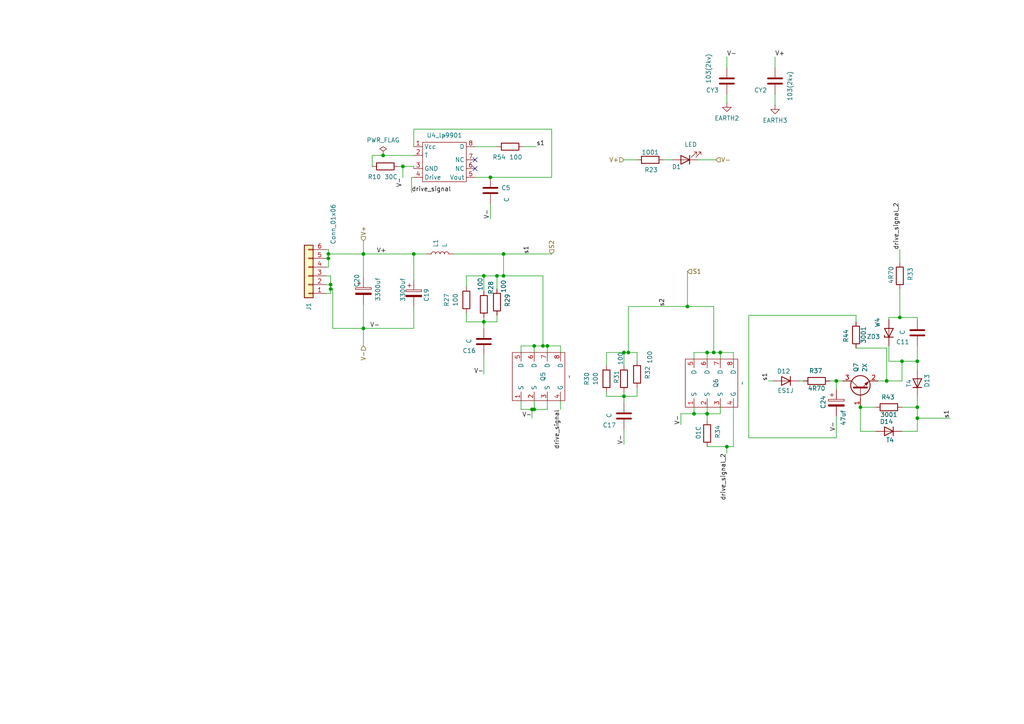
<source format=kicad_sch>
(kicad_sch (version 20250114) (generator "eeschema") (generator_version "9.0")
  (paper "A4")
  (lib_symbols
    (symbol "Connector_Generic:Conn_01x06" (pin_names (offset 1.016) (hide yes))
      (property "Reference" "J" (at 0 7.62 0))
      (property "Value" "Conn_01x06" (at 0 -10.16 0))
      (symbol "Conn_01x06_1_1"
        (rectangle (start -1.27 6.35) (end 1.27 -8.89) (stroke (width 0.254)) (fill (type background)))
        (rectangle (start -1.27 5.207) (end 0 4.953) (stroke (width 0.1524)))
        (rectangle (start -1.27 2.667) (end 0 2.413) (stroke (width 0.1524)))
        (rectangle (start -1.27 0.127) (end 0 -0.127) (stroke (width 0.1524)))
        (rectangle (start -1.27 -2.413) (end 0 -2.667) (stroke (width 0.1524)))
        (rectangle (start -1.27 -4.953) (end 0 -5.207) (stroke (width 0.1524)))
        (rectangle (start -1.27 -7.493) (end 0 -7.747) (stroke (width 0.1524)))
        (pin passive line (at -5.08 5.08 0) (length 3.81) (name "Pin_1") (number "1"))
        (pin passive line (at -5.08 2.54 0) (length 3.81) (name "Pin_2") (number "2"))
        (pin passive line (at -5.08 0 0) (length 3.81) (name "Pin_3") (number "3"))
        (pin passive line (at -5.08 -2.54 0) (length 3.81) (name "Pin_4") (number "4"))
        (pin passive line (at -5.08 -5.08 0) (length 3.81) (name "Pin_5") (number "5"))
        (pin passive line (at -5.08 -7.62 0) (length 3.81) (name "Pin_6") (number "6"))
      )
    )
    (symbol "Device:C" (pin_numbers (hide yes)) (pin_names (offset 0.254))
      (property "Reference" "C" (at 0.635 2.54 0))
      (property "Value" "C" (at 0.635 -2.54 0))
      (symbol "C_0_1"
        (polyline (pts (xy -2.032 0.762) (xy 2.032 0.762)) (stroke (width 0.508)))
        (polyline (pts (xy -2.032 -0.762) (xy 2.032 -0.762)) (stroke (width 0.508)))
      )
      (symbol "C_1_1"
        (pin passive line (at 0 3.81 270) (length 2.794) (name "~") (number "1"))
        (pin passive line (at 0 -3.81 90) (length 2.794) (name "~") (number "2"))
      )
    )
    (symbol "Device:C_Polarized" (pin_numbers (hide yes)) (pin_names (offset 0.254))
      (property "Reference" "C" (at 0.635 2.54 0))
      (property "Value" "C_Polarized" (at 0.635 -2.54 0))
      (symbol "C_Polarized_0_1"
        (rectangle (start -2.286 0.508) (end 2.286 1.016))
        (polyline (pts (xy -1.778 2.286) (xy -0.762 2.286)))
        (polyline (pts (xy -1.27 2.794) (xy -1.27 1.778)))
        (rectangle (start 2.286 -0.508) (end -2.286 -1.016) (fill (type outline)))
      )
      (symbol "C_Polarized_1_1"
        (pin passive line (at 0 3.81 270) (length 2.794) (name "~") (number "1"))
        (pin passive line (at 0 -3.81 90) (length 2.794) (name "~") (number "2"))
      )
    )
    (symbol "Device:D_Zener" (pin_numbers (hide yes)) (pin_names (offset 1.016) (hide yes))
      (property "Reference" "D" (at 0 2.54 0))
      (property "Value" "D_Zener" (at 0 -2.54 0))
      (symbol "D_Zener_0_1"
        (polyline (pts (xy -1.27 -1.27) (xy -1.27 1.27) (xy -0.762 1.27)) (stroke (width 0.254)))
        (polyline (pts (xy 1.27 0) (xy -1.27 0)))
        (polyline (pts (xy 1.27 -1.27) (xy 1.27 1.27) (xy -1.27 0) (xy 1.27 -1.27)) (stroke (width 0.254)))
      )
      (symbol "D_Zener_1_1"
        (pin passive line (at -3.81 0 0) (length 2.54) (name "K") (number "1"))
        (pin passive line (at 3.81 0 180) (length 2.54) (name "A") (number "2"))
      )
    )
    (symbol "Device:L" (pin_numbers (hide yes)) (pin_names (offset 1.016) (hide yes))
      (property "Reference" "L" (at -1.27 0 90))
      (property "Value" "L" (at 1.905 0 90))
      (symbol "L_0_1"
        (arc (start 0 2.54) (mid 0.6323 1.905) (end 0 1.27))
        (arc (start 0 1.27) (mid 0.6323 0.635) (end 0 0))
        (arc (start 0 0) (mid 0.6323 -0.635) (end 0 -1.27))
        (arc (start 0 -1.27) (mid 0.6323 -1.905) (end 0 -2.54))
      )
      (symbol "L_1_1"
        (pin passive line (at 0 3.81 270) (length 1.27) (name "1") (number "1"))
        (pin passive line (at 0 -3.81 90) (length 1.27) (name "2") (number "2"))
      )
    )
    (symbol "Device:LED" (pin_numbers (hide yes)) (pin_names (offset 1.016) (hide yes))
      (property "Reference" "D" (at 0 2.54 0))
      (property "Value" "LED" (at 0 -2.54 0))
      (symbol "LED_0_1"
        (polyline (pts (xy -3.048 -0.762) (xy -4.572 -2.286) (xy -3.81 -2.286) (xy -4.572 -2.286) (xy -4.572 -1.524)))
        (polyline (pts (xy -1.778 -0.762) (xy -3.302 -2.286) (xy -2.54 -2.286) (xy -3.302 -2.286) (xy -3.302 -1.524)))
        (polyline (pts (xy -1.27 0) (xy 1.27 0)))
        (polyline (pts (xy -1.27 -1.27) (xy -1.27 1.27)) (stroke (width 0.254)))
        (polyline (pts (xy 1.27 -1.27) (xy 1.27 1.27) (xy -1.27 0) (xy 1.27 -1.27)) (stroke (width 0.254)))
      )
      (symbol "LED_1_1"
        (pin passive line (at -3.81 0 0) (length 2.54) (name "K") (number "1"))
        (pin passive line (at 3.81 0 180) (length 2.54) (name "A") (number "2"))
      )
    )
    (symbol "Device:R" (pin_numbers (hide yes)) (pin_names (offset 0))
      (property "Reference" "R" (at 2.032 0 90))
      (property "Value" "R" (at 0 0 90))
      (symbol "R_0_1"
        (rectangle (start -1.016 -2.54) (end 1.016 2.54) (stroke (width 0.254)))
      )
      (symbol "R_1_1"
        (pin passive line (at 0 3.81 270) (length 1.27) (name "~") (number "1"))
        (pin passive line (at 0 -3.81 90) (length 1.27) (name "~") (number "2"))
      )
    )
    (symbol "Diode:US2MA" (pin_numbers (hide yes)) (pin_names (hide yes))
      (property "Reference" "D" (at 0 2.54 0))
      (property "Value" "US2MA" (at 0 -2.54 0))
      (symbol "US2MA_0_1"
        (polyline (pts (xy -1.27 1.27) (xy -1.27 -1.27)) (stroke (width 0.254)))
        (polyline (pts (xy 1.27 1.27) (xy 1.27 -1.27) (xy -1.27 0) (xy 1.27 1.27)) (stroke (width 0.254)))
        (polyline (pts (xy 1.27 0) (xy -1.27 0)))
      )
      (symbol "US2MA_1_1"
        (pin passive line (at -3.81 0 0) (length 2.54) (name "K") (number "1"))
        (pin passive line (at 3.81 0 180) (length 2.54) (name "A") (number "2"))
      )
    )
    (symbol "IC:BSC022N03S"
      (property "Reference" "U" (at 0 0.254 0))
      (symbol "BSC022N03S_0_1"
        (rectangle (start -7.62 8.89) (end 6.35 -6.35))
      )
      (symbol "BSC022N03S_1_1"
        (pin input line (at -7.62 6.35 0) (length 2.54) (name "S") (number "1"))
        (pin input line (at -7.62 2.54 0) (length 2.54) (name "S") (number "2"))
        (pin input line (at -7.62 -1.27 0) (length 2.54) (name "S") (number "3"))
        (pin input line (at -7.62 -5.08 0) (length 2.54) (name "G") (number "4"))
        (pin input line (at 6.35 6.35 180) (length 2.54) (name "D") (number "5"))
        (pin input line (at 6.35 2.54 180) (length 2.54) (name "D") (number "6"))
        (pin input line (at 6.35 -1.27 180) (length 2.54) (name "D") (number "7"))
        (pin input line (at 6.35 -5.08 180) (length 2.54) (name "D") (number "8"))
      )
    )
    (symbol "IC:lp9901"
      (property "Reference" "U" (at 0 0 0))
      (symbol "lp9901_0_1"
        (rectangle (start -6.35 6.35) (end 6.35 -5.08))
      )
      (symbol "lp9901_1_1"
        (pin power_in line (at -8.89 5.08 0) (length 2.54) (name "Vcc") (number "1"))
        (pin power_in line (at -8.89 2.54 0) (length 2.54) (name "T") (number "2"))
        (pin power_out line (at -8.89 -1.27 0) (length 2.54) (name "GND") (number "3"))
        (pin power_out line (at -8.89 -3.81 0) (length 2.54) (name "Drive") (number "4"))
        (pin power_out line (at 8.89 5.08 180) (length 2.54) (name "D") (number "8"))
        (pin power_out line (at 8.89 1.27 180) (length 2.54) (name "NC") (number "7"))
        (pin power_out line (at 8.89 -1.27 180) (length 2.54) (name "NC") (number "6"))
        (pin power_out line (at 8.89 -3.81 180) (length 2.54) (name "Vout") (number "5"))
      )
    )
    (symbol "Transistor_BJT:MMBT3904" (pin_names (offset 0) (hide yes))
      (property "Reference" "Q" (at 5.08 1.905 0))
      (property "Value" "MMBT3904" (at 5.08 0 0))
      (symbol "MMBT3904_0_1"
        (polyline (pts (xy -2.54 0) (xy 0.635 0)))
        (polyline (pts (xy 0.635 1.905) (xy 0.635 -1.905)) (stroke (width 0.508)))
        (circle (center 1.27 0) (radius 2.8194) (stroke (width 0.254)))
      )
      (symbol "MMBT3904_1_1"
        (polyline (pts (xy 0.635 0.635) (xy 2.54 2.54)))
        (polyline (pts (xy 0.635 -0.635) (xy 2.54 -2.54)))
        (polyline (pts (xy 1.27 -1.778) (xy 1.778 -1.27) (xy 2.286 -2.286) (xy 1.27 -1.778)) (fill (type outline)))
        (pin input line (at -5.08 0 0) (length 2.54) (name "B") (number "1"))
        (pin passive line (at 2.54 5.08 270) (length 2.54) (name "C") (number "3"))
        (pin passive line (at 2.54 -5.08 90) (length 2.54) (name "E") (number "2"))
      )
    )
    (symbol "power:GND" (power) (pin_numbers (hide yes)) (pin_names (offset 0) (hide yes))
      (property "Value" "GND" (at 0 -3.81 0))
      (symbol "GND_0_1"
        (polyline (pts (xy 0 0) (xy 0 -1.27) (xy 1.27 -1.27) (xy 0 -2.54) (xy -1.27 -1.27) (xy 0 -1.27)))
      )
      (symbol "GND_1_1"
        (pin power_in line (at 0 0 270) (length 0) (name "~") (number "1"))
      )
    )
    (symbol "power:PWR_FLAG" (power) (pin_numbers (hide yes)) (pin_names (offset 0) (hide yes))
      (property "Value" "PWR_FLAG" (at 0 3.81 0))
      (symbol "PWR_FLAG_0_0"
        (pin power_out line (at 0 0 90) (length 0) (name "~") (number "1"))
      )
      (symbol "PWR_FLAG_0_1"
        (polyline (pts (xy 0 0) (xy 0 1.27) (xy -1.016 1.905) (xy 0 2.54) (xy 1.016 1.905) (xy 0 1.27)))
      )
    )
  )
  (junction (at 120.015 73.66))
  (junction (at 95.885 82.55))
  (junction (at 157.48 100.33))
  (junction (at 144.145 80.01))
  (junction (at 242.57 110.49))
  (junction (at 249.555 118.11))
  (junction (at 266.065 121.285))
  (junction (at 111.125 45.085))
  (junction (at 116.84 48.26))
  (junction (at 180.975 114.935))
  (junction (at 207.01 102.235))
  (junction (at 261.62 104.775))
  (junction (at 205.105 102.235))
  (junction (at 146.05 73.66))
  (junction (at 201.295 120.015))
  (junction (at 180.975 102.235))
  (junction (at 257.175 110.49))
  (junction (at 205.105 120.015))
  (junction (at 154.94 100.33))
  (junction (at 266.065 118.11))
  (junction (at 210.82 129.54))
  (junction (at 158.75 100.33))
  (junction (at 140.335 93.345))
  (junction (at 182.245 102.235))
  (junction (at 95.885 83.82))
  (junction (at 146.05 80.01))
  (junction (at 95.25 74.93))
  (junction (at 199.39 88.9))
  (junction (at 154.305 118.745))
  (junction (at 140.335 80.01))
  (junction (at 105.41 73.66))
  (junction (at 154.94 118.745))
  (junction (at 260.985 92.075))
  (junction (at 95.25 73.66))
  (junction (at 266.065 104.775))
  (junction (at 208.915 102.235))
  (junction (at 105.41 95.25))
  (junction (at 142.24 51.435))
  (no_connect (at 137.795 48.895))
  (no_connect (at 137.795 46.355))
  (wire (pts (xy 120.015 48.26) (xy 120.015 48.895)))
  (wire (pts (xy 249.555 125.095) (xy 254 125.095)))
  (wire (pts (xy 154.94 100.33) (xy 151.13 100.33)))
  (wire (pts (xy 94.615 85.09) (xy 95.885 85.09)))
  (wire (pts (xy 154.94 100.33) (xy 154.94 102.235)))
  (wire (pts (xy 95.885 83.82) (xy 95.885 82.55)))
  (wire (pts (xy 94.615 82.55) (xy 95.885 82.55)))
  (wire (pts (xy 162.56 116.205) (xy 162.56 118.745)))
  (wire (pts (xy 158.75 100.33) (xy 158.75 102.235)))
  (wire (pts (xy 199.39 88.9) (xy 207.01 88.9)))
  (wire (pts (xy 184.785 102.235) (xy 182.245 102.235)))
  (wire (pts (xy 146.05 80.01) (xy 157.48 80.01)))
  (wire (pts (xy 217.17 91.44) (xy 248.285 91.44)))
  (wire (pts (xy 217.17 91.44) (xy 217.17 127)))
  (wire (pts (xy 201.295 104.14) (xy 201.295 102.235)))
  (wire (pts (xy 158.75 118.745) (xy 154.94 118.745)))
  (wire (pts (xy 257.81 100.33) (xy 257.81 104.775)))
  (wire (pts (xy 158.75 100.33) (xy 157.48 100.33)))
  (wire (pts (xy 210.82 16.51) (xy 210.82 19.685)))
  (wire (pts (xy 244.475 110.49) (xy 242.57 110.49)))
  (wire (pts (xy 266.065 104.775) (xy 266.065 100.33)))
  (wire (pts (xy 140.335 93.345) (xy 144.145 93.345)))
  (wire (pts (xy 140.335 93.345) (xy 140.335 92.075)))
  (wire (pts (xy 261.62 104.775) (xy 266.065 104.775)))
  (wire (pts (xy 142.24 59.055) (xy 142.24 63.5)))
  (wire (pts (xy 105.41 73.66) (xy 105.41 80.645)))
  (wire (pts (xy 162.56 100.33) (xy 158.75 100.33)))
  (wire (pts (xy 96.52 95.25) (xy 96.52 83.82)))
  (wire (pts (xy 96.52 83.82) (xy 95.885 83.82)))
  (wire (pts (xy 199.39 78.74) (xy 199.39 88.9)))
  (wire (pts (xy 208.915 102.235) (xy 208.915 104.14)))
  (wire (pts (xy 180.975 114.935) (xy 180.975 113.665)))
  (wire (pts (xy 120.015 42.545) (xy 120.015 37.465)))
  (wire (pts (xy 115.57 48.26) (xy 116.84 48.26)))
  (wire (pts (xy 224.79 27.305) (xy 224.79 30.48)))
  (wire (pts (xy 144.145 80.01) (xy 146.05 80.01)))
  (wire (pts (xy 249.555 118.11) (xy 254 118.11)))
  (wire (pts (xy 94.615 80.01) (xy 95.885 80.01)))
  (wire (pts (xy 260.985 76.2) (xy 260.985 72.39)))
  (wire (pts (xy 95.25 73.66) (xy 95.25 72.39)))
  (wire (pts (xy 119.38 51.435) (xy 120.015 51.435)))
  (wire (pts (xy 260.985 92.075) (xy 266.065 92.075)))
  (wire (pts (xy 96.52 95.25) (xy 105.41 95.25)))
  (wire (pts (xy 201.295 118.11) (xy 201.295 120.015)))
  (wire (pts (xy 151.13 118.745) (xy 154.305 118.745)))
  (wire (pts (xy 208.915 102.235) (xy 212.725 102.235)))
  (wire (pts (xy 105.41 88.265) (xy 105.41 95.25)))
  (wire (pts (xy 212.725 102.235) (xy 212.725 104.14)))
  (wire (pts (xy 205.105 120.015) (xy 208.915 120.015)))
  (wire (pts (xy 242.57 120.65) (xy 242.57 127)))
  (wire (pts (xy 160.02 51.435) (xy 142.24 51.435)))
  (wire (pts (xy 184.785 104.775) (xy 184.785 102.235)))
  (wire (pts (xy 197.485 120.015) (xy 201.295 120.015)))
  (wire (pts (xy 175.895 106.045) (xy 175.895 102.235)))
  (wire (pts (xy 95.25 74.93) (xy 95.25 73.66)))
  (wire (pts (xy 242.57 110.49) (xy 242.57 113.03)))
  (wire (pts (xy 208.915 118.11) (xy 208.915 120.015)))
  (wire (pts (xy 175.895 102.235) (xy 180.975 102.235)))
  (wire (pts (xy 95.25 73.66) (xy 105.41 73.66)))
  (wire (pts (xy 201.295 120.015) (xy 205.105 120.015)))
  (wire (pts (xy 116.84 51.435) (xy 116.84 48.26)))
  (wire (pts (xy 154.305 118.745) (xy 154.305 121.285)))
  (wire (pts (xy 95.885 85.09) (xy 95.885 83.82)))
  (wire (pts (xy 202.565 46.355) (xy 207.645 46.355)))
  (wire (pts (xy 120.015 95.25) (xy 120.015 88.9)))
  (wire (pts (xy 140.335 84.455) (xy 140.335 80.01)))
  (wire (pts (xy 180.975 102.235) (xy 180.975 106.045)))
  (wire (pts (xy 95.885 80.01) (xy 95.885 82.55)))
  (wire (pts (xy 249.555 118.11) (xy 249.555 125.095)))
  (wire (pts (xy 140.335 95.25) (xy 140.335 93.345)))
  (wire (pts (xy 105.41 69.85) (xy 105.41 73.66)))
  (wire (pts (xy 116.84 48.26) (xy 120.015 48.26)))
  (wire (pts (xy 257.81 104.775) (xy 261.62 104.775)))
  (wire (pts (xy 120.015 73.66) (xy 120.015 81.28)))
  (wire (pts (xy 95.25 77.47) (xy 95.25 74.93)))
  (wire (pts (xy 266.065 92.71) (xy 266.065 92.075)))
  (wire (pts (xy 205.105 102.235) (xy 207.01 102.235)))
  (wire (pts (xy 192.405 46.355) (xy 194.945 46.355)))
  (wire (pts (xy 217.17 127) (xy 242.57 127)))
  (wire (pts (xy 205.105 120.015) (xy 205.105 118.11)))
  (wire (pts (xy 210.82 27.305) (xy 210.82 29.845)))
  (wire (pts (xy 140.335 80.01) (xy 144.145 80.01)))
  (wire (pts (xy 105.41 95.25) (xy 105.41 100.33)))
  (wire (pts (xy 248.285 91.44) (xy 248.285 93.345)))
  (wire (pts (xy 154.305 118.745) (xy 154.94 118.745)))
  (wire (pts (xy 135.255 80.01) (xy 140.335 80.01)))
  (wire (pts (xy 120.015 37.465) (xy 160.02 37.465)))
  (wire (pts (xy 212.725 118.11) (xy 212.725 129.54)))
  (wire (pts (xy 107.95 45.085) (xy 107.95 48.26)))
  (wire (pts (xy 257.175 110.49) (xy 261.62 110.49)))
  (wire (pts (xy 266.065 125.095) (xy 266.065 121.285)))
  (wire (pts (xy 94.615 77.47) (xy 95.25 77.47)))
  (wire (pts (xy 266.065 121.285) (xy 266.065 118.11)))
  (wire (pts (xy 144.145 83.82) (xy 144.145 80.01)))
  (wire (pts (xy 111.125 45.085) (xy 107.95 45.085)))
  (wire (pts (xy 151.13 116.205) (xy 151.13 118.745)))
  (wire (pts (xy 266.065 114.935) (xy 266.065 118.11)))
  (wire (pts (xy 144.145 93.345) (xy 144.145 91.44)))
  (wire (pts (xy 95.25 74.93) (xy 94.615 74.93)))
  (wire (pts (xy 260.985 92.075) (xy 257.81 92.075)))
  (wire (pts (xy 257.81 92.71) (xy 257.81 92.075)))
  (wire (pts (xy 135.255 83.185) (xy 135.255 80.01)))
  (wire (pts (xy 222.885 110.49) (xy 224.155 110.49)))
  (wire (pts (xy 119.38 55.88) (xy 119.38 51.435)))
  (wire (pts (xy 180.975 46.355) (xy 184.785 46.355)))
  (wire (pts (xy 182.245 88.9) (xy 199.39 88.9)))
  (wire (pts (xy 254.635 110.49) (xy 257.175 110.49)))
  (wire (pts (xy 155.575 42.545) (xy 151.765 42.545)))
  (wire (pts (xy 135.255 93.345) (xy 140.335 93.345)))
  (wire (pts (xy 257.175 100.965) (xy 257.175 110.49)))
  (wire (pts (xy 182.245 102.235) (xy 180.975 102.235)))
  (wire (pts (xy 151.13 100.33) (xy 151.13 102.235)))
  (wire (pts (xy 207.01 102.235) (xy 208.915 102.235)))
  (wire (pts (xy 231.775 110.49) (xy 233.045 110.49)))
  (wire (pts (xy 120.015 73.66) (xy 123.825 73.66)))
  (wire (pts (xy 210.82 129.54) (xy 212.725 129.54)))
  (wire (pts (xy 135.255 93.345) (xy 135.255 90.805)))
  (wire (pts (xy 180.975 114.935) (xy 184.785 114.935)))
  (wire (pts (xy 120.015 45.085) (xy 111.125 45.085)))
  (wire (pts (xy 248.285 100.965) (xy 257.175 100.965)))
  (wire (pts (xy 197.485 123.19) (xy 197.485 120.015)))
  (wire (pts (xy 260.985 92.075) (xy 260.985 83.82)))
  (wire (pts (xy 175.895 114.935) (xy 175.895 113.665)))
  (wire (pts (xy 182.245 88.9) (xy 182.245 102.235)))
  (wire (pts (xy 261.62 125.095) (xy 266.065 125.095)))
  (wire (pts (xy 158.75 116.205) (xy 158.75 118.745)))
  (wire (pts (xy 180.975 116.84) (xy 180.975 114.935)))
  (wire (pts (xy 154.94 118.745) (xy 154.94 116.205)))
  (wire (pts (xy 180.975 128.905) (xy 180.975 124.46)))
  (wire (pts (xy 142.24 51.435) (xy 137.795 51.435)))
  (wire (pts (xy 205.105 129.54) (xy 210.82 129.54)))
  (wire (pts (xy 105.41 95.25) (xy 120.015 95.25)))
  (wire (pts (xy 157.48 100.33) (xy 154.94 100.33)))
  (wire (pts (xy 184.785 114.935) (xy 184.785 112.395)))
  (wire (pts (xy 146.05 73.66) (xy 160.02 73.66)))
  (wire (pts (xy 224.79 16.51) (xy 224.79 19.685)))
  (wire (pts (xy 266.065 118.11) (xy 261.62 118.11)))
  (wire (pts (xy 162.56 100.33) (xy 162.56 102.235)))
  (wire (pts (xy 207.01 88.9) (xy 207.01 102.235)))
  (wire (pts (xy 105.41 73.66) (xy 120.015 73.66)))
  (wire (pts (xy 201.295 102.235) (xy 205.105 102.235)))
  (wire (pts (xy 137.795 42.545) (xy 144.145 42.545)))
  (wire (pts (xy 266.065 107.315) (xy 266.065 104.775)))
  (wire (pts (xy 266.065 121.285) (xy 275.59 121.285)))
  (wire (pts (xy 240.665 110.49) (xy 242.57 110.49)))
  (wire (pts (xy 140.335 108.585) (xy 140.335 102.87)))
  (wire (pts (xy 160.02 37.465) (xy 160.02 51.435)))
  (wire (pts (xy 146.05 73.66) (xy 146.05 80.01)))
  (wire (pts (xy 175.895 114.935) (xy 180.975 114.935)))
  (wire (pts (xy 205.105 102.235) (xy 205.105 104.14)))
  (wire (pts (xy 210.82 129.54) (xy 210.82 131.445)))
  (wire (pts (xy 157.48 80.01) (xy 157.48 100.33)))
  (wire (pts (xy 131.445 73.66) (xy 146.05 73.66)))
  (wire (pts (xy 205.105 120.015) (xy 205.105 121.92)))
  (wire (pts (xy 94.615 72.39) (xy 95.25 72.39)))
  (wire (pts (xy 261.62 110.49) (xy 261.62 104.775)))
  (label "V-" (at 197.485 123.19 90))
  (label "s1" (at 275.59 121.285 90))
  (label "drive_signal_2" (at 210.82 131.445 270))
  (label "V-" (at 140.335 108.585 180))
  (label "s1" (at 153.67 73.66 90))
  (label "s1" (at 155.575 42.545 0))
  (label "V+" (at 109.22 73.66 0))
  (label "V-" (at 142.24 63.5 90))
  (label "drive_signal" (at 119.38 55.88 0))
  (label "V-" (at 210.82 16.51 0))
  (label "s1" (at 222.885 110.49 90))
  (label "V-" (at 154.305 121.285 180))
  (label "drive_signal_2" (at 260.985 72.39 90))
  (label "V+" (at 224.79 16.51 0))
  (label "V-" (at 242.57 125.095 90))
  (label "V-" (at 107.315 95.25 0))
  (label "V-" (at 180.975 128.905 90))
  (label "s2" (at 193.04 88.9 90))
  (label "V-" (at 116.84 51.435 270))
  (label "drive_signal" (at 162.56 118.745 270))
  (hierarchical_label "V-" (shape input) (at 105.41 100.33 270))
  (hierarchical_label "S2" (shape input) (at 160.02 73.66 90))
  (hierarchical_label "V-" (shape input) (at 207.645 46.355 0))
  (hierarchical_label "V+" (shape input) (at 180.975 46.355 180))
  (hierarchical_label "S1" (shape input) (at 199.39 78.74 0))
  (hierarchical_label "V+" (shape input) (at 105.41 69.85 90))
  (symbol (lib_id "Device:R") (at 147.955 42.545 90) (unit 1)
    (property "Reference" "R54" (at 144.78 45.593 90))
    (property "Value" "100" (at 149.606 45.593 90))
    (property "Footprint" "Resistor_SMD:R_0402_1005Metric" (effects (hide yes)))
    (property "Description" "Resistor" (effects (hide yes)))
  )
  (symbol (lib_id "Device:C_Polarized") (at 242.57 116.84 0) (unit 1)
    (property "Reference" "C24" (at 238.76 118.618 90) (effects (justify left)))
    (property "Value" "47uf" (at 244.602 123.444 90) (effects (justify left)))
    (property "Footprint" "Capacitor_THT:CP_Radial_D5.0mm_P2.50mm" (effects (hide yes)))
    (property "Description" "Polarized capacitor" (effects (hide yes)))
  )
  (symbol (lib_id "Diode:US2MA") (at 257.81 125.095 180) (unit 1)
    (property "Reference" "D14" (at 259.08 122.301 0) (effects (justify left)))
    (property "Value" "T4" (at 259.334 127.635 0) (effects (justify left)))
    (property "Footprint" "Diode_SMD:D_SMA" (effects (hide yes)))
    (property "Datasheet" "https://www.alldatasheet.net/datasheet-pdf/view-marking/58920/DIODES/1N4148W.html" (effects (hide yes)))
    (property "Description" "1000V, 1.5A, General Purpose Rectifier Diode, SMA(DO-214AC)" (effects (hide yes)))
    (property "Sim.Device" "D" (effects (hide yes)))
    (property "Sim.Pins" "1=K 2=A" (effects (hide yes)))
  )
  (symbol (lib_id "power:GND") (at 210.82 29.845 0) (unit 1)
    (property "Reference" "#PWR08" (effects (hide yes)))
    (property "Value" "EARTH2" (at 210.82 34.29 0))
    (property "Description" "Power symbol creates a global label with name \"GND\" , ground" (effects (hide yes)))
  )
  (symbol (lib_id "Device:R") (at 205.105 125.73 0) (unit 1)
    (property "Reference" "R34" (at 208.153 125.222 90))
    (property "Value" "01C" (at 202.565 125.476 90))
    (property "Footprint" "Resistor_SMD:R_0402_1005Metric" (effects (hide yes)))
    (property "Description" "Resistor" (effects (hide yes)))
  )
  (symbol (lib_id "Connector_Generic:Conn_01x06") (at 89.535 80.01 180) (unit 1)
    (property "Reference" "J1" (at 89.535 88.9 90))
    (property "Value" "Conn_01x06" (at 96.647 65.024 90))
    (property "Footprint" "TerminalBlock:TerminalBlock_MaiXu_MX126-5.0-06P_1x06_P5.00mm" (effects (hide yes)))
    (property "Description" "Generic connector, single row, 01x06, script generated (kicad-library-utils/schlib/autogen/connector/)" (effects (hide yes)))
  )
  (symbol (lib_id "Device:C") (at 180.975 120.65 180) (unit 1)
    (property "Reference" "C17" (at 178.689 123.317 0) (effects (justify left)))
    (property "Value" "C" (at 176.657 119.761 90) (effects (justify left)))
    (property "Footprint" "Capacitor_SMD:C_01005_0402Metric" (effects (hide yes)))
    (property "Datasheet" "https://www.mouser.com/catalog/supplier/library/pdf/MurataHighVoltageCeramic.pdf" (effects (hide yes)))
    (property "Description" "Unpolarized capacitor" (effects (hide yes)))
  )
  (symbol (lib_id "Diode:US2MA") (at 227.965 110.49 180) (unit 1)
    (property "Reference" "D12" (at 229.235 107.696 0) (effects (justify left)))
    (property "Value" "ES1J" (at 230.251 113.284 0) (effects (justify left)))
    (property "Footprint" "Diode_SMD:D_SMA" (effects (hide yes)))
    (property "Datasheet" "https://www.digchip.com/datasheets/parts/datasheet/161/ES1J-pdf.php" (effects (hide yes)))
    (property "Description" "1000V, 1.5A, General Purpose Rectifier Diode, SMA(DO-214AC)" (effects (hide yes)))
    (property "Sim.Device" "D" (effects (hide yes)))
    (property "Sim.Pins" "1=K 2=A" (effects (hide yes)))
  )
  (symbol (lib_id "Device:R") (at 184.785 108.585 0) (unit 1)
    (property "Reference" "R32" (at 187.833 108.077 90))
    (property "Value" "100" (at 188.468 103.632 90))
    (property "Footprint" "Resistor_SMD:R_0402_1005Metric" (effects (hide yes)))
    (property "Description" "Resistor" (effects (hide yes)))
  )
  (symbol (lib_id "Device:R") (at 188.595 46.355 270) (unit 1)
    (property "Reference" "R23" (at 188.849 49.276 90))
    (property "Value" "1001" (at 188.595 44.196 90))
    (property "Footprint" "Resistor_SMD:R_0402_1005Metric" (effects (hide yes)))
    (property "Description" "Resistor" (effects (hide yes)))
  )
  (symbol (lib_id "Diode:US2MA") (at 266.065 111.125 90) (unit 1)
    (property "Reference" "D13" (at 268.859 112.395 0) (effects (justify left)))
    (property "Value" "T4" (at 263.652 112.395 0) (effects (justify left)))
    (property "Footprint" "Diode_SMD:D_SMA" (effects (hide yes)))
    (property "Datasheet" "https://www.alldatasheet.net/datasheet-pdf/view-marking/58920/DIODES/1N4148W.html" (effects (hide yes)))
    (property "Description" "1000V, 1.5A, General Purpose Rectifier Diode, SMA(DO-214AC)" (effects (hide yes)))
    (property "Sim.Device" "D" (effects (hide yes)))
    (property "Sim.Pins" "1=K 2=A" (effects (hide yes)))
  )
  (symbol (lib_id "Device:L") (at 127.635 73.66 90) (unit 1)
    (property "Reference" "L1" (at 126.3649 71.755 0) (effects (justify left)))
    (property "Value" "L" (at 128.9049 71.755 0) (effects (justify left)))
    (property "Footprint" "Inductor_THT:L_Toroid_Horizontal_D22.4mm_P19.80mm_Vishay_TJ4" (effects (hide yes)))
    (property "Description" "Inductor" (effects (hide yes)))
  )
  (symbol (lib_id "power:PWR_FLAG") (at 111.125 45.085 0) (unit 1)
    (property "Reference" "#FLG06" (effects (hide yes)))
    (property "Value" "PWR_FLAG" (at 111.125 40.64 0))
    (property "Description" "Special symbol for telling ERC where power comes from" (effects (hide yes)))
  )
  (symbol (lib_id "Device:R") (at 248.285 97.155 180) (unit 1)
    (property "Reference" "R44" (at 245.364 97.409 90))
    (property "Value" "3001" (at 250.444 97.155 90))
    (property "Footprint" "Resistor_SMD:R_0402_1005Metric" (effects (hide yes)))
    (property "Description" "Resistor" (effects (hide yes)))
  )
  (symbol (lib_id "Device:R") (at 175.895 109.855 0) (unit 1)
    (property "Reference" "R30" (at 170.18 109.855 90))
    (property "Value" "100" (at 172.72 109.855 90))
    (property "Footprint" "Resistor_SMD:R_0402_1005Metric" (effects (hide yes)))
    (property "Description" "Resistor" (effects (hide yes)))
  )
  (symbol (lib_id "Device:D_Zener") (at 257.81 96.52 90) (unit 1)
    (property "Reference" "ZD3" (at 255.27 97.663 90) (effects (justify left)))
    (property "Value" "W4" (at 254.508 94.996 0) (effects (justify left)))
    (property "Footprint" "Diode_SMD:D_SOD-523" (effects (hide yes)))
    (property "Datasheet" "https://www.diodes.com/datasheet/download/BZT52Cxx.pdf" (effects (hide yes)))
    (property "Description" "Zener diode" (effects (hide yes)))
  )
  (symbol (lib_id "Transistor_BJT:MMBT3904") (at 249.555 113.03 90) (unit 1)
    (property "Reference" "Q7" (at 248.2849 107.95 0) (effects (justify left)))
    (property "Value" "2X" (at 250.8249 107.95 0) (effects (justify left)))
    (property "Footprint" "Package_TO_SOT_SMD:SOT-23" (effects (hide yes)))
    (property "Datasheet" "https://www.onsemi.com/pdf/datasheet/pzt3904-d.pdf" (effects (hide yes)))
    (property "Description" "0.2A Ic, 40V Vce, Small Signal NPN Transistor, SOT-23" (effects (hide yes)))
  )
  (symbol (lib_id "Device:R") (at 180.975 109.855 0) (unit 1)
    (property "Reference" "R31" (at 178.816 109.347 90))
    (property "Value" "100" (at 179.959 104.013 90))
    (property "Footprint" "Resistor_SMD:R_0402_1005Metric" (effects (hide yes)))
    (property "Description" "Resistor" (effects (hide yes)))
  )
  (symbol (lib_id "Device:R") (at 140.335 88.265 0) (unit 1)
    (property "Reference" "R28" (at 142.367 83.439 90))
    (property "Value" "100" (at 139.319 82.423 90))
    (property "Footprint" "Resistor_SMD:R_0402_1005Metric" (effects (hide yes)))
    (property "Description" "Resistor" (effects (hide yes)))
  )
  (symbol (lib_id "Device:R") (at 111.76 48.26 90) (unit 1)
    (property "Reference" "R10" (at 108.585 51.308 90))
    (property "Value" "30C" (at 113.411 51.308 90))
    (property "Footprint" "Resistor_SMD:R_0402_1005Metric" (effects (hide yes)))
    (property "Description" "Resistor" (effects (hide yes)))
  )
  (symbol (lib_id "Device:C_Polarized") (at 105.41 84.455 0) (unit 1)
    (property "Reference" "C20" (at 103.505 81.407 90))
    (property "Value" "3300uf" (at 109.601 83.947 90))
    (property "Footprint" "Capacitor_THT:CP_Radial_D8.0mm_P5.00mm" (effects (hide yes)))
    (property "Description" "Polarized capacitor" (effects (hide yes)))
  )
  (symbol (lib_id "Device:C") (at 210.82 23.495 180) (unit 1)
    (property "Reference" "CY3" (at 208.534 26.162 0) (effects (justify left)))
    (property "Value" "103(2kv)" (at 205.486 15.494 90) (effects (justify left)))
    (property "Footprint" "Capacitor_THT:C_Axial_L3.8mm_D2.6mm_P7.50mm_Horizontal" (effects (hide yes)))
    (property "Datasheet" "https://www.mouser.com/catalog/supplier/library/pdf/MurataHighVoltageCeramic.pdf" (effects (hide yes)))
    (property "Description" "Unpolarized capacitor" (effects (hide yes)))
  )
  (symbol (lib_id "Device:C") (at 140.335 99.06 180) (unit 1)
    (property "Reference" "C16" (at 138.049 101.727 0) (effects (justify left)))
    (property "Value" "C" (at 136.017 98.171 90) (effects (justify left)))
    (property "Footprint" "Capacitor_SMD:C_01005_0402Metric" (effects (hide yes)))
    (property "Datasheet" "https://www.mouser.com/catalog/supplier/library/pdf/MurataHighVoltageCeramic.pdf" (effects (hide yes)))
    (property "Description" "Unpolarized capacitor" (effects (hide yes)))
  )
  (symbol (lib_id "IC:BSC022N03S") (at 157.48 108.585 90) (unit 1)
    (property "Reference" "Q5" (at 157.48 109.22 0))
    (property "Value" "~" (at 165.1 109.22 0))
    (property "Footprint" "ic:BSC022N03S" (effects (hide yes)))
    (property "Datasheet" "https://www.alldatasheet.com/html-pdf/79316/INFINEON/BSC022N03S/324/1/BSC022N03S.html" (effects (hide yes)))
  )
  (symbol (lib_id "Device:R") (at 144.145 87.63 0) (unit 1)
    (property "Reference" "R29" (at 147.193 87.122 90))
    (property "Value" "100" (at 146.05 83.058 90))
    (property "Footprint" "Resistor_SMD:R_0402_1005Metric" (effects (hide yes)))
    (property "Description" "Resistor" (effects (hide yes)))
  )
  (symbol (lib_id "Device:C_Polarized") (at 120.015 85.09 0) (unit 1)
    (property "Reference" "C19" (at 123.698 85.598 90))
    (property "Value" "3300uf" (at 116.84 84.074 90))
    (property "Footprint" "Capacitor_THT:CP_Radial_D8.0mm_P5.00mm" (effects (hide yes)))
    (property "Description" "Polarized capacitor" (effects (hide yes)))
  )
  (symbol (lib_id "Device:R") (at 135.255 86.995 0) (unit 1)
    (property "Reference" "R27" (at 129.54 86.995 90))
    (property "Value" "100" (at 132.08 86.995 90))
    (property "Footprint" "Resistor_SMD:R_0402_1005Metric" (effects (hide yes)))
    (property "Description" "Resistor" (effects (hide yes)))
  )
  (symbol (lib_id "Device:LED") (at 198.755 46.355 180) (unit 1)
    (property "Reference" "D1" (at 196.215 48.387 0))
    (property "Value" "LED" (at 200.3425 41.91 0))
    (property "Footprint" "LED_THT:LED_D5.0mm" (effects (hide yes)))
    (property "Description" "Light emitting diode" (effects (hide yes)))
    (property "Sim.Pins" "1=K 2=A" (effects (hide yes)))
  )
  (symbol (lib_id "Device:R") (at 257.81 118.11 90) (unit 1)
    (property "Reference" "R43" (at 257.556 115.189 90))
    (property "Value" "3001" (at 257.81 120.269 90))
    (property "Footprint" "Resistor_SMD:R_0402_1005Metric" (effects (hide yes)))
    (property "Description" "Resistor" (effects (hide yes)))
  )
  (symbol (lib_id "Device:C") (at 266.065 96.52 180) (unit 1)
    (property "Reference" "C11" (at 263.779 99.187 0) (effects (justify left)))
    (property "Value" "C" (at 261.747 95.631 90) (effects (justify left)))
    (property "Footprint" "Capacitor_SMD:C_01005_0402Metric" (effects (hide yes)))
    (property "Datasheet" "https://www.mouser.com/catalog/supplier/library/pdf/MurataHighVoltageCeramic.pdf" (effects (hide yes)))
    (property "Description" "Unpolarized capacitor" (effects (hide yes)))
  )
  (symbol (lib_id "IC:lp9901") (at 128.905 47.625 0) (unit 1)
    (property "Reference" "U4_lp9901" (at 128.905 39.243 0))
    (property "Value" "~" (at 128.905 39.37 0))
    (property "Footprint" "ic:lp9901" (effects (hide yes)))
    (property "Datasheet" "https://www.sanfo888.com/article/984" (effects (hide yes)))
  )
  (symbol (lib_id "IC:BSC022N03S") (at 207.645 110.49 90) (unit 1)
    (property "Reference" "Q6" (at 207.645 111.125 0))
    (property "Value" "~" (at 215.265 111.125 0))
    (property "Footprint" "ic:BSC022N03S" (effects (hide yes)))
    (property "Datasheet" "https://www.alldatasheet.com/html-pdf/79316/INFINEON/BSC022N03S/324/1/BSC022N03S.html" (effects (hide yes)))
  )
  (symbol (lib_id "power:GND") (at 224.79 30.48 0) (unit 1)
    (property "Reference" "#PWR020" (effects (hide yes)))
    (property "Value" "EARTH3" (at 224.79 34.925 0))
    (property "Description" "Power symbol creates a global label with name \"GND\" , ground" (effects (hide yes)))
  )
  (symbol (lib_id "Device:C") (at 142.24 55.245 180) (unit 1)
    (property "Reference" "C5" (at 148.082 54.483 0) (effects (justify left)))
    (property "Value" "C" (at 146.939 57.15 90) (effects (justify left)))
    (property "Footprint" "Capacitor_SMD:C_01005_0402Metric" (effects (hide yes)))
    (property "Datasheet" "https://www.mouser.com/catalog/supplier/library/pdf/MurataHighVoltageCeramic.pdf" (effects (hide yes)))
    (property "Description" "Unpolarized capacitor" (effects (hide yes)))
  )
  (symbol (lib_id "Device:R") (at 260.985 80.01 0) (unit 1)
    (property "Reference" "R33" (at 264.033 79.502 90))
    (property "Value" "4R70" (at 258.445 79.756 90))
    (property "Footprint" "Resistor_SMD:R_0402_1005Metric" (effects (hide yes)))
    (property "Description" "Resistor" (effects (hide yes)))
  )
  (symbol (lib_id "Device:C") (at 224.79 23.495 180) (unit 1)
    (property "Reference" "CY2" (at 222.504 26.162 0) (effects (justify left)))
    (property "Value" "103(2kv)" (at 229.108 20.574 90) (effects (justify left)))
    (property "Footprint" "Capacitor_THT:C_Axial_L3.8mm_D2.6mm_P7.50mm_Horizontal" (effects (hide yes)))
    (property "Datasheet" "https://www.mouser.com/catalog/supplier/library/pdf/MurataHighVoltageCeramic.pdf" (effects (hide yes)))
    (property "Description" "Unpolarized capacitor" (effects (hide yes)))
  )
  (symbol (lib_id "Device:R") (at 236.855 110.49 90) (unit 1)
    (property "Reference" "R37" (at 236.601 107.569 90))
    (property "Value" "4R70" (at 236.855 112.649 90))
    (property "Footprint" "Resistor_SMD:R_0402_1005Metric" (effects (hide yes)))
    (property "Description" "Resistor" (effects (hide yes)))
  )
)
</source>
